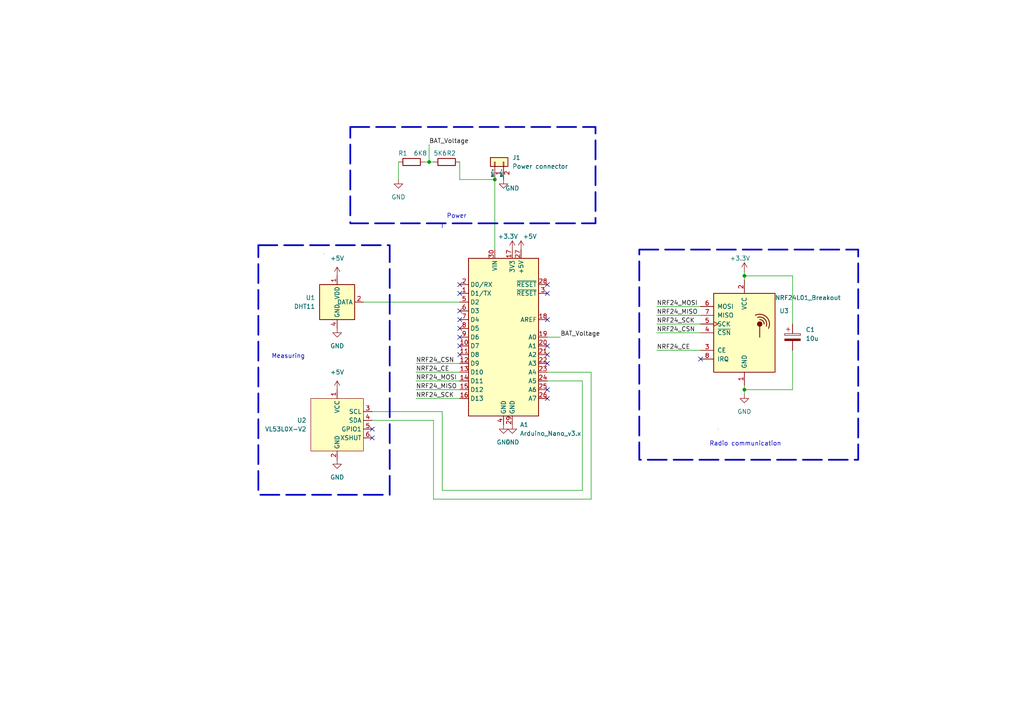
<source format=kicad_sch>
(kicad_sch (version 20230121) (generator eeschema)
  (paper "A4")
  (title_block (title "OutsideModule_Schematic") (date "2024-01-21") (rev "1"))
  (lib_symbols
    (symbol "Connector_Generic:Conn_01x02" (pin_names (offset 0))
      (property "Reference" "J1" (at 1.27 -5.08 90))
      (property "Value" "Power connector" (at -1.27 -5.08 90))
      (symbol "Conn_01x02_1_1"
        (rectangle (start -1.27 -2.413) (end 0 -2.667) (stroke (width 0.1524)))
        (rectangle (start -1.27 0.127) (end 0 -0.127) (stroke (width 0.1524)))
        (rectangle (start -1.27 1.27) (end 1.27 -3.81) (stroke (width 0.254)) (fill (type background)))
        (pin power_out line (at -5.08 0 0) (length 3.81) (name "BAT+") (number "1"))
        (pin power_out line (at -5.08 -2.54 0) (length 3.81) (name "BAT-") (number "2"))
      )
    )
    (symbol "CustomSensors:VL53L0X-V2"
      (property "Reference" "U?" (at -5.08 0 0))
      (property "Value" "VL53L0X-V2" (at -13.97 0 0))
      (symbol "VL53L0X-V2_1_1"
        (rectangle (start -7.62 7.62) (end 7.62 -7.62) (fill (type background)))
        (pin power_in line (at 0 10.16 270) (length 2.54) (name "VCC") (number "1"))
        (pin power_in line (at 0 -10.16 90) (length 2.54) (name "GND") (number "2"))
        (pin bidirectional line (at 10.16 3.81 180) (length 2.54) (name "SCL") (number "3"))
        (pin bidirectional line (at 10.16 1.27 180) (length 2.54) (name "SDA") (number "4"))
        (pin bidirectional line (at 10.16 -1.27 180) (length 2.54) (name "GPIO1") (number "5"))
        (pin bidirectional line (at 10.16 -3.81 180) (length 2.54) (name "XSHUT") (number "6"))
      )
    )
    (symbol "Device:C_Polarized" (pin_numbers hide) (pin_names (offset 0.254))
      (property "Reference" "C" (at 0.635 2.54 0))
      (property "Value" "C_Polarized" (at 0.635 -2.54 0))
      (symbol "C_Polarized_0_1"
        (rectangle (start -2.286 0.508) (end 2.286 1.016))
        (polyline (pts (xy -1.778 2.286) (xy -0.762 2.286)))
        (polyline (pts (xy -1.27 2.794) (xy -1.27 1.778)))
        (rectangle (start 2.286 -0.508) (end -2.286 -1.016) (fill (type outline)))
      )
      (symbol "C_Polarized_1_1"
        (pin passive line (at 0 3.81 270) (length 2.794) (name "~") (number "1"))
        (pin passive line (at 0 -3.81 90) (length 2.794) (name "~") (number "2"))
      )
    )
    (symbol "Device:R" (pin_numbers hide) (pin_names (offset 0))
      (property "Reference" "R" (at 2.032 0 90))
      (property "Value" "R" (at 0 0 90))
      (symbol "R_0_1"
        (rectangle (start -1.016 -2.54) (end 1.016 2.54) (stroke (width 0.254)))
      )
      (symbol "R_1_1"
        (pin passive line (at 0 3.81 270) (length 1.27) (name "~") (number "1"))
        (pin passive line (at 0 -3.81 90) (length 1.27) (name "~") (number "2"))
      )
    )
    (symbol "MCU_Module:Arduino_Nano_v3.x"
      (property "Reference" "A" (at -10.16 23.495 0))
      (property "Value" "Arduino_Nano_v3.x" (at 5.08 -24.13 0))
      (symbol "Arduino_Nano_v3.x_0_1"
        (rectangle (start -10.16 22.86) (end 10.16 -22.86) (stroke (width 0.254)) (fill (type background)))
      )
      (symbol "Arduino_Nano_v3.x_1_1"
        (pin bidirectional line (at -12.7 12.7 0) (length 2.54) (name "D1/TX") (number "1"))
        (pin bidirectional line (at -12.7 -2.54 0) (length 2.54) (name "D7") (number "10"))
        (pin bidirectional line (at -12.7 -5.08 0) (length 2.54) (name "D8") (number "11"))
        (pin bidirectional line (at -12.7 -7.62 0) (length 2.54) (name "D9") (number "12"))
        (pin bidirectional line (at -12.7 -10.16 0) (length 2.54) (name "D10") (number "13"))
        (pin bidirectional line (at -12.7 -12.7 0) (length 2.54) (name "D11") (number "14"))
        (pin bidirectional line (at -12.7 -15.24 0) (length 2.54) (name "D12") (number "15"))
        (pin bidirectional line (at -12.7 -17.78 0) (length 2.54) (name "D13") (number "16"))
        (pin power_out line (at 2.54 25.4 270) (length 2.54) (name "3V3") (number "17"))
        (pin input line (at 12.7 5.08 180) (length 2.54) (name "AREF") (number "18"))
        (pin bidirectional line (at 12.7 0 180) (length 2.54) (name "A0") (number "19"))
        (pin bidirectional line (at -12.7 15.24 0) (length 2.54) (name "D0/RX") (number "2"))
        (pin bidirectional line (at 12.7 -2.54 180) (length 2.54) (name "A1") (number "20"))
        (pin bidirectional line (at 12.7 -5.08 180) (length 2.54) (name "A2") (number "21"))
        (pin bidirectional line (at 12.7 -7.62 180) (length 2.54) (name "A3") (number "22"))
        (pin bidirectional line (at 12.7 -10.16 180) (length 2.54) (name "A4") (number "23"))
        (pin bidirectional line (at 12.7 -12.7 180) (length 2.54) (name "A5") (number "24"))
        (pin bidirectional line (at 12.7 -15.24 180) (length 2.54) (name "A6") (number "25"))
        (pin bidirectional line (at 12.7 -17.78 180) (length 2.54) (name "A7") (number "26"))
        (pin power_out line (at 5.08 25.4 270) (length 2.54) (name "+5V") (number "27"))
        (pin input line (at 12.7 15.24 180) (length 2.54) (name "~{RESET}") (number "28"))
        (pin power_in line (at 2.54 -25.4 90) (length 2.54) (name "GND") (number "29"))
        (pin input line (at 12.7 12.7 180) (length 2.54) (name "~{RESET}") (number "3"))
        (pin power_in line (at -2.54 25.4 270) (length 2.54) (name "VIN") (number "30"))
        (pin power_in line (at 0 -25.4 90) (length 2.54) (name "GND") (number "4"))
        (pin bidirectional line (at -12.7 10.16 0) (length 2.54) (name "D2") (number "5"))
        (pin bidirectional line (at -12.7 7.62 0) (length 2.54) (name "D3") (number "6"))
        (pin bidirectional line (at -12.7 5.08 0) (length 2.54) (name "D4") (number "7"))
        (pin bidirectional line (at -12.7 2.54 0) (length 2.54) (name "D5") (number "8"))
        (pin bidirectional line (at -12.7 0 0) (length 2.54) (name "D6") (number "9"))
      )
    )
    (symbol "RF:NRF24L01_Breakout" (pin_names (offset 1.016))
      (property "Reference" "U" (at -8.89 12.7 0))
      (property "Value" "NRF24L01_Breakout" (at 3.81 12.7 0))
      (symbol "NRF24L01_Breakout_0_1"
        (rectangle (start -8.89 11.43) (end 8.89 -11.43) (stroke (width 0.254)) (fill (type background)))
        (polyline (pts (xy 4.445 1.905) (xy 4.445 -1.27)) (stroke (width 0.254)))
        (circle (center 4.445 2.54) (radius 0.635) (stroke (width 0.254)) (fill (type outline)))
        (arc (start 5.715 2.54) (mid 5.3521 3.4546) (end 4.445 3.81) (stroke (width 0.254)))
        (arc (start 6.35 1.905) (mid 5.8763 3.9854) (end 3.81 4.445) (stroke (width 0.254)))
        (arc (start 6.985 1.27) (mid 6.453 4.548) (end 3.175 5.08) (stroke (width 0.254)))
      )
      (symbol "NRF24L01_Breakout_1_1"
        (pin power_in line (at 0 -15.24 90) (length 3.81) (name "GND") (number "1"))
        (pin power_in line (at 0 15.24 270) (length 3.81) (name "VCC") (number "2"))
        (pin input line (at -12.7 -5.08 0) (length 3.81) (name "CE") (number "3"))
        (pin input line (at -12.7 0 0) (length 3.81) (name "~{CSN}") (number "4"))
        (pin input clock (at -12.7 2.54 0) (length 3.81) (name "SCK") (number "5"))
        (pin input line (at -12.7 7.62 0) (length 3.81) (name "MOSI") (number "6"))
        (pin output line (at -12.7 5.08 0) (length 3.81) (name "MISO") (number "7"))
        (pin output line (at -12.7 -7.62 0) (length 3.81) (name "IRQ") (number "8"))
      )
    )
    (symbol "Sensor:DHT11"
      (property "Reference" "U" (at -3.81 6.35 0))
      (property "Value" "DHT11" (at 3.81 6.35 0))
      (symbol "DHT11_0_1"
        (rectangle (start -5.08 5.08) (end 5.08 -5.08) (stroke (width 0.254)) (fill (type background)))
      )
      (symbol "DHT11_1_1"
        (pin power_in line (at 0 7.62 270) (length 2.54) (name "VDD") (number "1"))
        (pin bidirectional line (at 7.62 0 180) (length 2.54) (name "DATA") (number "2"))
        (pin no_connect line (at -5.08 0 0) (length 2.54) hide (name "NC") (number "3"))
        (pin power_in line (at 0 -7.62 90) (length 2.54) (name "GND") (number "4"))
      )
    )
    (symbol "power:+3.3V" (power) (pin_names (offset 0))
      (property "Value" "+3.3V" (at 0 3.556 0))
      (symbol "+3.3V_0_1"
        (polyline (pts (xy -0.762 1.27) (xy 0 2.54)))
        (polyline (pts (xy 0 0) (xy 0 2.54)))
        (polyline (pts (xy 0 2.54) (xy 0.762 1.27)))
      )
      (symbol "+3.3V_1_1"
        (pin power_in line (at 0 0 90) (length 0) hide (name "+3.3V") (number "1"))
      )
    )
    (symbol "power:+5V" (power) (pin_names (offset 0))
      (property "Value" "+5V" (at 0 3.556 0))
      (symbol "+5V_0_1"
        (polyline (pts (xy -0.762 1.27) (xy 0 2.54)))
        (polyline (pts (xy 0 0) (xy 0 2.54)))
        (polyline (pts (xy 0 2.54) (xy 0.762 1.27)))
      )
      (symbol "+5V_1_1"
        (pin power_in line (at 0 0 90) (length 0) hide (name "+5V") (number "1"))
      )
    )
    (symbol "power:GND" (power) (pin_names (offset 0))
      (property "Value" "GND" (at 0 -3.81 0))
      (symbol "GND_0_1"
        (polyline (pts (xy 0 0) (xy 0 -1.27) (xy 1.27 -1.27) (xy 0 -2.54) (xy -1.27 -1.27) (xy 0 -1.27)))
      )
      (symbol "GND_1_1"
        (pin power_in line (at 0 0 270) (length 0) hide (name "GND") (number "1"))
      )
    )
  )
  (junction (at 124.46 46.99))
  (junction (at 215.9 113.03))
  (junction (at 215.9 80.01))
  (junction (at 143.51 52.07))
  (no_connect (at 107.95 124.46))
  (no_connect (at 107.95 127))
  (no_connect (at 133.35 90.17))
  (no_connect (at 133.35 100.33))
  (no_connect (at 133.35 85.09))
  (no_connect (at 158.75 102.87))
  (no_connect (at 158.75 105.41))
  (no_connect (at 158.75 82.55))
  (no_connect (at 158.75 115.57))
  (no_connect (at 158.75 92.71))
  (no_connect (at 133.35 82.55))
  (no_connect (at 158.75 100.33))
  (no_connect (at 158.75 113.03))
  (no_connect (at 133.35 95.25))
  (no_connect (at 203.2 104.14))
  (no_connect (at 158.75 85.09))
  (no_connect (at 133.35 97.79))
  (no_connect (at 133.35 102.87))
  (no_connect (at 133.35 92.71))
  (wire (pts (xy 190.5 88.9) (xy 203.2 88.9)))
  (wire (pts (xy 171.45 107.95) (xy 158.75 107.95)))
  (wire (pts (xy 215.9 113.03) (xy 215.9 114.3)))
  (wire (pts (xy 128.27 142.24) (xy 168.91 142.24)))
  (wire (pts (xy 125.73 144.78) (xy 171.45 144.78)))
  (wire (pts (xy 190.5 101.6) (xy 203.2 101.6)))
  (wire (pts (xy 120.65 115.57) (xy 133.35 115.57)))
  (wire (pts (xy 120.65 107.95) (xy 133.35 107.95)))
  (wire (pts (xy 133.35 52.07) (xy 133.35 46.99)))
  (wire (pts (xy 107.95 119.38) (xy 128.27 119.38)))
  (wire (pts (xy 107.95 121.92) (xy 125.73 121.92)))
  (wire (pts (xy 215.9 80.01) (xy 229.87 80.01)))
  (wire (pts (xy 190.5 93.98) (xy 203.2 93.98)))
  (wire (pts (xy 143.51 52.07) (xy 143.51 72.39)))
  (wire (pts (xy 190.5 96.52) (xy 203.2 96.52)))
  (wire (pts (xy 115.57 46.99) (xy 115.57 52.07)))
  (wire (pts (xy 120.65 113.03) (xy 133.35 113.03)))
  (wire (pts (xy 215.9 80.01) (xy 215.9 81.28)))
  (wire (pts (xy 105.41 87.63) (xy 133.35 87.63)))
  (wire (pts (xy 229.87 80.01) (xy 229.87 93.98)))
  (wire (pts (xy 120.65 110.49) (xy 133.35 110.49)))
  (wire (pts (xy 168.91 110.49) (xy 158.75 110.49)))
  (wire (pts (xy 215.9 113.03) (xy 229.87 113.03)))
  (wire (pts (xy 229.87 113.03) (xy 229.87 101.6)))
  (wire (pts (xy 171.45 144.78) (xy 171.45 107.95)))
  (wire (pts (xy 120.65 105.41) (xy 133.35 105.41)))
  (wire (pts (xy 190.5 91.44) (xy 203.2 91.44)))
  (wire (pts (xy 124.46 46.99) (xy 125.73 46.99)))
  (wire (pts (xy 215.9 78.74) (xy 215.9 80.01)))
  (wire (pts (xy 124.46 41.91) (xy 124.46 46.99)))
  (wire (pts (xy 158.75 97.79) (xy 162.56 97.79)))
  (wire (pts (xy 215.9 111.76) (xy 215.9 113.03)))
  (wire (pts (xy 168.91 142.24) (xy 168.91 110.49)))
  (wire (pts (xy 143.51 52.07) (xy 133.35 52.07)))
  (wire (pts (xy 128.27 119.38) (xy 128.27 142.24)))
  (wire (pts (xy 123.19 46.99) (xy 124.46 46.99)))
  (wire (pts (xy 125.73 121.92) (xy 125.73 144.78)))
  (rectangle (start 101.6 36.83) (end 172.72 64.77) (stroke (width 0.5) (type dash)))
  (rectangle (start 93.98 73.66) (end 93.98 73.66))
  (rectangle (start 128.27 64.77) (end 128.27 66.04))
  (rectangle (start 208.28 124.46) (end 208.28 124.46))
  (rectangle (start 74.93 71.12) (end 113.03 143.51) (stroke (width 0.5) (type dash)))
  (rectangle (start 185.42 72.39) (end 248.92 133.35) (stroke (width 0.5) (type dash)))
  (text "Radio communication" (at 205.74 129.54 0) (effects (font (size 1.27 1.27)) (justify left bottom)))
  (text "Measuring" (at 78.74 104.14 0) (effects (font (size 1.27 1.27)) (justify left bottom)))
  (text "Power\n" (at 129.54 63.5 0) (effects (font (size 1.27 1.27)) (justify left bottom)))
  (label "NRF24_CE" (at 190.5 101.6 0))
  (label "NRF24_SCK" (at 120.65 115.57 0))
  (label "NRF24_MISO" (at 120.65 113.03 0))
  (label "BAT_Voltage" (at 162.56 97.79 0))
  (label "BAT_Voltage" (at 124.46 41.91 0))
  (label "NRF24_CE" (at 120.65 107.95 0))
  (label "NRF24_CSN" (at 190.5 96.52 0))
  (label "NRF24_MOSI" (at 120.65 110.49 0))
  (label "NRF24_MISO" (at 190.5 91.44 0))
  (label "NRF24_MOSI" (at 190.5 88.9 0))
  (label "NRF24_SCK" (at 190.5 93.98 0))
  (label "NRF24_CSN" (at 120.65 105.41 0))
  (symbol (lib_id "Connector_Generic:Conn_01x02") (at 143.51 46.99 90) (unit 1)
    (property "Reference" "J1" (at 148.59 45.72 90) (effects (justify right)))
    (property "Value" "Power connector" (at 148.59 48.26 90) (effects (justify right)))
  )
  (symbol (lib_id "Device:C_Polarized") (at 229.87 97.79 0) (unit 1)
    (property "Reference" "C1" (at 233.68 95.631 0) (effects (justify left)))
    (property "Value" "10u" (at 233.68 98.171 0) (effects (justify left)))
  )
  (symbol (lib_id "CustomSensors:VL53L0X-V2") (at 97.79 123.19 0) (unit 1)
    (property "Reference" "U2" (at 88.9 121.92 0) (effects (justify right)))
    (property "Value" "VL53L0X-V2" (at 88.9 124.46 0) (effects (justify right)))
  )
  (symbol (lib_id "power:GND") (at 115.57 52.07 0) (unit 1)
    (property "Reference" "#PWR05" (effects hide))
    (property "Value" "GND" (at 115.57 57.15 0))
  )
  (symbol (lib_id "MCU_Module:Arduino_Nano_v3.x") (at 146.05 97.79 0) (unit 1)
    (property "Reference" "A1" (at 150.7841 123.19 0) (effects (justify left)))
    (property "Value" "Arduino_Nano_v3.x" (at 150.7841 125.73 0) (effects (justify left)))
    (property "Footprint" "Module:Arduino_Nano" (effects hide))
    (property "Datasheet" "http://www.mouser.com/pdfdocs/Gravitech_Arduino_Nano3_0.pdf" (effects hide))
  )
  (symbol (lib_id "power:GND") (at 97.79 95.25 0) (unit 1)
    (property "Reference" "#PWR02" (effects hide))
    (property "Value" "GND" (at 97.79 100.33 0))
  )
  (symbol (lib_id "Device:R") (at 119.38 46.99 270) (unit 1)
    (property "Reference" "R1" (at 116.84 44.45 90))
    (property "Value" "6K8" (at 121.92 44.45 90))
  )
  (symbol (lib_id "power:GND") (at 215.9 114.3 0) (unit 1)
    (property "Reference" "#PWR012" (effects hide))
    (property "Value" "GND" (at 215.9 119.38 0))
  )
  (symbol (lib_id "power:+5V") (at 97.79 80.01 0) (unit 1)
    (property "Reference" "#PWR01" (effects hide))
    (property "Value" "+5V" (at 97.79 74.93 0))
  )
  (symbol (lib_id "Device:R") (at 129.54 46.99 270) (unit 1)
    (property "Reference" "R2" (at 129.54 44.45 90) (effects (justify left)))
    (property "Value" "5K6" (at 125.73 44.45 90) (effects (justify left)))
  )
  (symbol (lib_id "power:GND") (at 97.79 133.35 0) (unit 1)
    (property "Reference" "#PWR04" (effects hide))
    (property "Value" "GND" (at 97.79 138.43 0))
  )
  (symbol (lib_id "power:+3.3V") (at 148.59 72.39 0) (unit 1)
    (property "Reference" "#PWR08" (effects hide))
    (property "Value" "+3.3V" (at 147.32 68.58 0))
  )
  (symbol (lib_id "power:+5V") (at 97.79 113.03 0) (unit 1)
    (property "Reference" "#PWR03" (effects hide))
    (property "Value" "+5V" (at 97.79 107.95 0))
  )
  (symbol (lib_id "power:+5V") (at 151.13 72.39 0) (unit 1)
    (property "Reference" "#PWR010" (effects hide))
    (property "Value" "+5V" (at 153.67 68.58 0))
  )
  (symbol (lib_id "power:GND") (at 146.05 52.07 0) (unit 1)
    (property "Reference" "#PWR06" (effects hide))
    (property "Value" "GND" (at 148.59 54.61 0))
  )
  (symbol (lib_id "power:+3.3V") (at 215.9 78.74 0) (unit 1)
    (property "Reference" "#PWR011" (effects hide))
    (property "Value" "+3.3V" (at 214.63 74.93 0))
  )
  (symbol (lib_id "power:GND") (at 146.05 123.19 0) (unit 1)
    (property "Reference" "#PWR07" (effects hide))
    (property "Value" "GND" (at 146.05 128.27 0))
  )
  (symbol (lib_id "Sensor:DHT11") (at 97.79 87.63 0) (unit 1)
    (property "Reference" "U1" (at 91.44 86.36 0) (effects (justify right)))
    (property "Value" "DHT11" (at 91.44 88.9 0) (effects (justify right)))
    (property "Footprint" "Sensor:Aosong_DHT11_5.5x12.0_P2.54mm" (effects hide))
    (property "Datasheet" "http://akizukidenshi.com/download/ds/aosong/DHT11.pdf" (effects hide))
  )
  (symbol (lib_id "RF:NRF24L01_Breakout") (at 215.9 96.52 0) (unit 1)
    (property "Reference" "U3" (at 226.06 90.17 0) (effects (justify left)))
    (property "Value" "NRF24L01_Breakout" (at 224.79 86.36 0) (effects (justify left)))
    (property "Footprint" "RF_Module:nRF24L01_Breakout" (effects hide))
    (property "Datasheet" "http://www.nordicsemi.com/eng/content/download/2730/34105/file/nRF24L01_Product_Specification_v2_0.pdf" (effects hide))
  )
  (symbol (lib_id "power:GND") (at 148.59 123.19 0) (unit 1)
    (property "Reference" "#PWR09" (effects hide))
    (property "Value" "GND" (at 148.59 128.27 0))
  )
)
</source>
